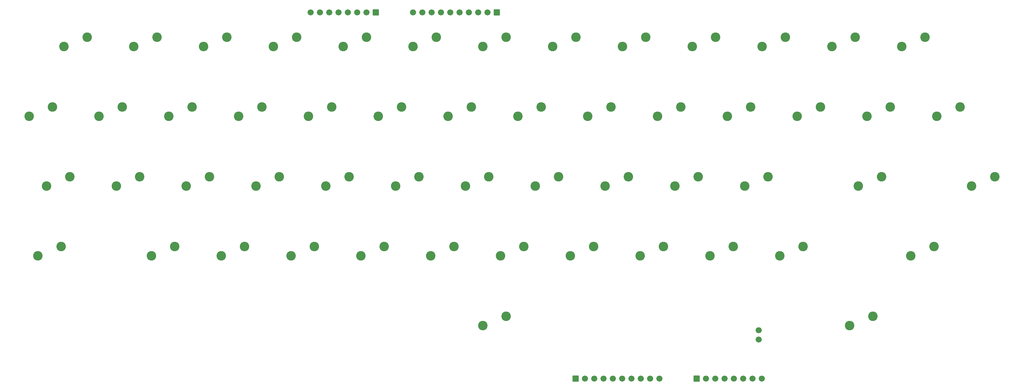
<source format=gbs>
G04 Layer: BottomSolderMaskLayer*
G04 EasyEDA v6.5.39, 2024-02-04 18:15:22*
G04 34cdbf00d3e34c3386613b9734a0afe0,5509f98a9368439c9cde498926e245b9,10*
G04 Gerber Generator version 0.2*
G04 Scale: 100 percent, Rotated: No, Reflected: No *
G04 Dimensions in millimeters *
G04 leading zeros omitted , absolute positions ,4 integer and 5 decimal *
%FSLAX45Y45*%
%MOMM*%

%AMMACRO1*1,1,$1,$2,$3*1,1,$1,$4,$5*1,1,$1,0-$2,0-$3*1,1,$1,0-$4,0-$5*20,1,$1,$2,$3,$4,$5,0*20,1,$1,$4,$5,0-$2,0-$3,0*20,1,$1,0-$2,0-$3,0-$4,0-$5,0*20,1,$1,0-$4,0-$5,$2,$3,0*4,1,4,$2,$3,$4,$5,0-$2,0-$3,0-$4,0-$5,$2,$3,0*%
%ADD10C,2.6016*%
%ADD11C,1.6764*%
%ADD12MACRO1,0.1016X-0.7874X0.7874X0.7874X0.7874*%
%ADD13MACRO1,0.1016X0.7874X-0.7874X-0.7874X-0.7874*%

%LPD*%
D10*
G01*
X-381000Y1206500D03*
G01*
X254000Y1460500D03*
G01*
X-10382250Y5016500D03*
G01*
X-9747250Y5270500D03*
G01*
X-1809750Y3111500D03*
G01*
X-1174750Y3365500D03*
G01*
X11049000Y8826500D03*
G01*
X11684000Y9080500D03*
G01*
X-5619750Y3111500D03*
G01*
X-4984750Y3365500D03*
G01*
X7239000Y8826500D03*
G01*
X7874000Y9080500D03*
G01*
X3905250Y3111500D03*
G01*
X4540250Y3365500D03*
G01*
X-6572250Y5016500D03*
G01*
X-5937250Y5270500D03*
G01*
X12001500Y6921500D03*
G01*
X12636500Y7175500D03*
G01*
X5810250Y3111500D03*
G01*
X6445250Y3365500D03*
G01*
X-12287250Y5016500D03*
G01*
X-11652250Y5270500D03*
G01*
X-7048500Y6921500D03*
G01*
X-6413500Y7175500D03*
G01*
X9144000Y8826500D03*
G01*
X9779000Y9080500D03*
G01*
X-4667250Y5016500D03*
G01*
X-4032250Y5270500D03*
G01*
X-2762250Y5016500D03*
G01*
X-2127250Y5270500D03*
G01*
X-857250Y5016500D03*
G01*
X-222250Y5270500D03*
G01*
X2476500Y6921500D03*
G01*
X3111500Y7175500D03*
G01*
X1047750Y5016500D03*
G01*
X1682750Y5270500D03*
G01*
X2952750Y5016500D03*
G01*
X3587750Y5270500D03*
G01*
X5334000Y8826500D03*
G01*
X5969000Y9080500D03*
G01*
X-11811000Y8826500D03*
G01*
X-11176000Y9080500D03*
G01*
X-9906000Y8826500D03*
G01*
X-9271000Y9080500D03*
G01*
X-8001000Y8826500D03*
G01*
X-7366000Y9080500D03*
G01*
X-6096000Y8826500D03*
G01*
X-5461000Y9080500D03*
G01*
X-4191000Y8826500D03*
G01*
X-3556000Y9080500D03*
G01*
X-2286000Y8826500D03*
G01*
X-1651000Y9080500D03*
G01*
X-381000Y8826500D03*
G01*
X254000Y9080500D03*
G01*
X1524000Y8826500D03*
G01*
X2159000Y9080500D03*
G01*
X3429000Y8826500D03*
G01*
X4064000Y9080500D03*
G01*
X4857750Y5016500D03*
G01*
X5492750Y5270500D03*
G01*
X8191500Y6921500D03*
G01*
X8826500Y7175500D03*
G01*
X12954000Y5016500D03*
G01*
X13589000Y5270500D03*
G01*
X2000250Y3111500D03*
G01*
X2635250Y3365500D03*
G01*
X95250Y3111500D03*
G01*
X730250Y3365500D03*
G01*
X4381500Y6921500D03*
G01*
X5016500Y7175500D03*
G01*
X6286500Y6921500D03*
G01*
X6921500Y7175500D03*
G01*
X-10858500Y6921500D03*
G01*
X-10223500Y7175500D03*
G01*
X-5143500Y6921500D03*
G01*
X-4508500Y7175500D03*
G01*
X9858375Y5016500D03*
G01*
X10493375Y5270500D03*
G01*
X10096500Y6921500D03*
G01*
X10731500Y7175500D03*
G01*
X9620250Y1206500D03*
G01*
X10255250Y1460500D03*
G01*
X-8477250Y5016500D03*
G01*
X-7842250Y5270500D03*
G01*
X6762750Y5016500D03*
G01*
X7397750Y5270500D03*
G01*
X7715250Y3111500D03*
G01*
X8350250Y3365500D03*
G01*
X-3238500Y6921500D03*
G01*
X-2603500Y7175500D03*
G01*
X571500Y6921500D03*
G01*
X1206500Y7175500D03*
G01*
X-12763499Y6921500D03*
G01*
X-12128500Y7175500D03*
G01*
X-3714750Y3111500D03*
G01*
X-3079750Y3365500D03*
G01*
X-8953500Y6921500D03*
G01*
X-8318500Y7175500D03*
G01*
X-7524750Y3111500D03*
G01*
X-6889750Y3365500D03*
G01*
X-1333500Y6921500D03*
G01*
X-698500Y7175500D03*
G01*
X-9429750Y3111500D03*
G01*
X-8794750Y3365500D03*
G01*
X-12525247Y3111576D03*
G01*
X-11890247Y3365576D03*
G01*
X11287252Y3111576D03*
G01*
X11922252Y3365576D03*
D11*
G01*
X3413125Y-238125D03*
D12*
G01*
X2143125Y-238125D03*
D11*
G01*
X2397125Y-238125D03*
G01*
X2651125Y-238125D03*
G01*
X2905125Y-238125D03*
G01*
X3159125Y-238125D03*
G01*
X3667125Y-238125D03*
G01*
X3921125Y-238125D03*
G01*
X4175125Y-238125D03*
G01*
X4429125Y-238125D03*
D12*
G01*
X5445125Y-238125D03*
D11*
G01*
X5699125Y-238125D03*
G01*
X5953125Y-238125D03*
G01*
X6207125Y-238125D03*
G01*
X6461125Y-238125D03*
G01*
X6715125Y-238125D03*
G01*
X6969125Y-238125D03*
G01*
X7223125Y-238125D03*
G01*
X-1270000Y9763125D03*
D13*
G01*
X1Y9763125D03*
D11*
G01*
X-254000Y9763125D03*
G01*
X-508000Y9763125D03*
G01*
X-762000Y9763125D03*
G01*
X-1016000Y9763125D03*
G01*
X-1524000Y9763125D03*
G01*
X-1778000Y9763125D03*
G01*
X-2032000Y9763125D03*
G01*
X-2286000Y9763125D03*
D13*
G01*
X-3301999Y9763125D03*
D11*
G01*
X-3556000Y9763125D03*
G01*
X-3810000Y9763125D03*
G01*
X-4064000Y9763125D03*
G01*
X-4318000Y9763125D03*
G01*
X-4572000Y9763125D03*
G01*
X-4826000Y9763125D03*
G01*
X-5080000Y9763125D03*
G01*
X7143750Y1079500D03*
G01*
X7143750Y825500D03*
M02*

</source>
